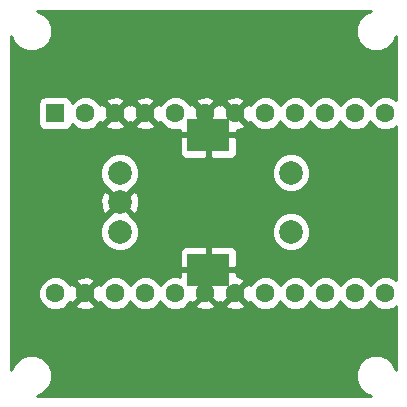
<source format=gtl>
G04 #@! TF.FileFunction,Copper,L1,Top,Signal*
%FSLAX46Y46*%
G04 Gerber Fmt 4.6, Leading zero omitted, Abs format (unit mm)*
G04 Created by KiCad (PCBNEW 4.0.7) date Tue Jul  3 21:06:47 2018*
%MOMM*%
%LPD*%
G01*
G04 APERTURE LIST*
%ADD10C,0.100000*%
%ADD11R,3.600000X2.800000*%
%ADD12C,2.000000*%
%ADD13R,1.600000X1.600000*%
%ADD14C,1.600000*%
%ADD15C,0.600000*%
%ADD16C,0.250000*%
%ADD17C,0.254000*%
G04 APERTURE END LIST*
D10*
D11*
X56400000Y-39800000D03*
X56400000Y-51200000D03*
D12*
X63400000Y-43000000D03*
X63400000Y-48000000D03*
X48900000Y-43000000D03*
X48900000Y-45500000D03*
X48900000Y-48000000D03*
D13*
X43430000Y-37980000D03*
D14*
X45970000Y-37980000D03*
X48510000Y-37980000D03*
X51050000Y-37980000D03*
X53590000Y-37980000D03*
X56130000Y-37980000D03*
X58670000Y-37980000D03*
X61210000Y-37980000D03*
X63750000Y-37980000D03*
X66290000Y-37980000D03*
X68830000Y-37980000D03*
X71370000Y-37980000D03*
X71370000Y-53220000D03*
X68830000Y-53220000D03*
X66290000Y-53220000D03*
X63750000Y-53220000D03*
X61210000Y-53220000D03*
X58670000Y-53220000D03*
X56130000Y-53220000D03*
X53590000Y-53220000D03*
X51050000Y-53220000D03*
X48510000Y-53220000D03*
X45970000Y-53220000D03*
X43430000Y-53220000D03*
D15*
X56250000Y-51500000D03*
D16*
X56250000Y-52000000D02*
X56500000Y-52000000D01*
X56250000Y-51500000D02*
X56250000Y-52000000D01*
X63400000Y-48000000D02*
X63400000Y-47400000D01*
D17*
G36*
X69618485Y-29528281D02*
X69129996Y-30015918D01*
X68865301Y-30653373D01*
X68864699Y-31343599D01*
X69128281Y-31981515D01*
X69615918Y-32470004D01*
X70253373Y-32734699D01*
X70943599Y-32735301D01*
X71581515Y-32471719D01*
X72070004Y-31984082D01*
X72290000Y-31454274D01*
X72290000Y-36870438D01*
X72183923Y-36764176D01*
X71656691Y-36545250D01*
X71085813Y-36544752D01*
X70558200Y-36762757D01*
X70154176Y-37166077D01*
X70100138Y-37296215D01*
X70047243Y-37168200D01*
X69643923Y-36764176D01*
X69116691Y-36545250D01*
X68545813Y-36544752D01*
X68018200Y-36762757D01*
X67614176Y-37166077D01*
X67560138Y-37296215D01*
X67507243Y-37168200D01*
X67103923Y-36764176D01*
X66576691Y-36545250D01*
X66005813Y-36544752D01*
X65478200Y-36762757D01*
X65074176Y-37166077D01*
X65020138Y-37296215D01*
X64967243Y-37168200D01*
X64563923Y-36764176D01*
X64036691Y-36545250D01*
X63465813Y-36544752D01*
X62938200Y-36762757D01*
X62534176Y-37166077D01*
X62480138Y-37296215D01*
X62427243Y-37168200D01*
X62023923Y-36764176D01*
X61496691Y-36545250D01*
X60925813Y-36544752D01*
X60398200Y-36762757D01*
X59994176Y-37166077D01*
X59946552Y-37280768D01*
X59923864Y-37225995D01*
X59677745Y-37151861D01*
X58849605Y-37980000D01*
X59677745Y-38808139D01*
X59923864Y-38734005D01*
X59944805Y-38675746D01*
X59992757Y-38791800D01*
X60396077Y-39195824D01*
X60923309Y-39414750D01*
X61494187Y-39415248D01*
X62021800Y-39197243D01*
X62425824Y-38793923D01*
X62479862Y-38663785D01*
X62532757Y-38791800D01*
X62936077Y-39195824D01*
X63463309Y-39414750D01*
X64034187Y-39415248D01*
X64561800Y-39197243D01*
X64965824Y-38793923D01*
X65019862Y-38663785D01*
X65072757Y-38791800D01*
X65476077Y-39195824D01*
X66003309Y-39414750D01*
X66574187Y-39415248D01*
X67101800Y-39197243D01*
X67505824Y-38793923D01*
X67559862Y-38663785D01*
X67612757Y-38791800D01*
X68016077Y-39195824D01*
X68543309Y-39414750D01*
X69114187Y-39415248D01*
X69641800Y-39197243D01*
X70045824Y-38793923D01*
X70099862Y-38663785D01*
X70152757Y-38791800D01*
X70556077Y-39195824D01*
X71083309Y-39414750D01*
X71654187Y-39415248D01*
X72181800Y-39197243D01*
X72290000Y-39089232D01*
X72290000Y-52110438D01*
X72183923Y-52004176D01*
X71656691Y-51785250D01*
X71085813Y-51784752D01*
X70558200Y-52002757D01*
X70154176Y-52406077D01*
X70100138Y-52536215D01*
X70047243Y-52408200D01*
X69643923Y-52004176D01*
X69116691Y-51785250D01*
X68545813Y-51784752D01*
X68018200Y-52002757D01*
X67614176Y-52406077D01*
X67560138Y-52536215D01*
X67507243Y-52408200D01*
X67103923Y-52004176D01*
X66576691Y-51785250D01*
X66005813Y-51784752D01*
X65478200Y-52002757D01*
X65074176Y-52406077D01*
X65020138Y-52536215D01*
X64967243Y-52408200D01*
X64563923Y-52004176D01*
X64036691Y-51785250D01*
X63465813Y-51784752D01*
X62938200Y-52002757D01*
X62534176Y-52406077D01*
X62480138Y-52536215D01*
X62427243Y-52408200D01*
X62023923Y-52004176D01*
X61496691Y-51785250D01*
X60925813Y-51784752D01*
X60398200Y-52002757D01*
X59994176Y-52406077D01*
X59946552Y-52520768D01*
X59923864Y-52465995D01*
X59677745Y-52391861D01*
X58849605Y-53220000D01*
X59677745Y-54048139D01*
X59923864Y-53974005D01*
X59944805Y-53915746D01*
X59992757Y-54031800D01*
X60396077Y-54435824D01*
X60923309Y-54654750D01*
X61494187Y-54655248D01*
X62021800Y-54437243D01*
X62425824Y-54033923D01*
X62479862Y-53903785D01*
X62532757Y-54031800D01*
X62936077Y-54435824D01*
X63463309Y-54654750D01*
X64034187Y-54655248D01*
X64561800Y-54437243D01*
X64965824Y-54033923D01*
X65019862Y-53903785D01*
X65072757Y-54031800D01*
X65476077Y-54435824D01*
X66003309Y-54654750D01*
X66574187Y-54655248D01*
X67101800Y-54437243D01*
X67505824Y-54033923D01*
X67559862Y-53903785D01*
X67612757Y-54031800D01*
X68016077Y-54435824D01*
X68543309Y-54654750D01*
X69114187Y-54655248D01*
X69641800Y-54437243D01*
X70045824Y-54033923D01*
X70099862Y-53903785D01*
X70152757Y-54031800D01*
X70556077Y-54435824D01*
X71083309Y-54654750D01*
X71654187Y-54655248D01*
X72181800Y-54437243D01*
X72290000Y-54329232D01*
X72290000Y-59746764D01*
X72071719Y-59218485D01*
X71584082Y-58729996D01*
X70946627Y-58465301D01*
X70256401Y-58464699D01*
X69618485Y-58728281D01*
X69129996Y-59215918D01*
X68865301Y-59853373D01*
X68864699Y-60543599D01*
X69128281Y-61181515D01*
X69615918Y-61670004D01*
X70145726Y-61890000D01*
X41853236Y-61890000D01*
X42381515Y-61671719D01*
X42870004Y-61184082D01*
X43134699Y-60546627D01*
X43135301Y-59856401D01*
X42871719Y-59218485D01*
X42384082Y-58729996D01*
X41746627Y-58465301D01*
X41056401Y-58464699D01*
X40418485Y-58728281D01*
X39929996Y-59215918D01*
X39710000Y-59745726D01*
X39710000Y-53504187D01*
X41994752Y-53504187D01*
X42212757Y-54031800D01*
X42616077Y-54435824D01*
X43143309Y-54654750D01*
X43714187Y-54655248D01*
X44241800Y-54437243D01*
X44451663Y-54227745D01*
X45141861Y-54227745D01*
X45215995Y-54473864D01*
X45753223Y-54666965D01*
X46323454Y-54639778D01*
X46724005Y-54473864D01*
X46798139Y-54227745D01*
X45970000Y-53399605D01*
X45141861Y-54227745D01*
X44451663Y-54227745D01*
X44645824Y-54033923D01*
X44693448Y-53919232D01*
X44716136Y-53974005D01*
X44962255Y-54048139D01*
X45790395Y-53220000D01*
X46149605Y-53220000D01*
X46977745Y-54048139D01*
X47223864Y-53974005D01*
X47244805Y-53915746D01*
X47292757Y-54031800D01*
X47696077Y-54435824D01*
X48223309Y-54654750D01*
X48794187Y-54655248D01*
X49321800Y-54437243D01*
X49725824Y-54033923D01*
X49779862Y-53903785D01*
X49832757Y-54031800D01*
X50236077Y-54435824D01*
X50763309Y-54654750D01*
X51334187Y-54655248D01*
X51861800Y-54437243D01*
X52265824Y-54033923D01*
X52319862Y-53903785D01*
X52372757Y-54031800D01*
X52776077Y-54435824D01*
X53303309Y-54654750D01*
X53874187Y-54655248D01*
X54401800Y-54437243D01*
X54611663Y-54227745D01*
X55301861Y-54227745D01*
X55375995Y-54473864D01*
X55913223Y-54666965D01*
X56483454Y-54639778D01*
X56884005Y-54473864D01*
X56958139Y-54227745D01*
X57841861Y-54227745D01*
X57915995Y-54473864D01*
X58453223Y-54666965D01*
X59023454Y-54639778D01*
X59424005Y-54473864D01*
X59498139Y-54227745D01*
X58670000Y-53399605D01*
X57841861Y-54227745D01*
X56958139Y-54227745D01*
X56130000Y-53399605D01*
X55301861Y-54227745D01*
X54611663Y-54227745D01*
X54805824Y-54033923D01*
X54853448Y-53919232D01*
X54876136Y-53974005D01*
X55122255Y-54048139D01*
X55935395Y-53235000D01*
X56114250Y-53235000D01*
X56233570Y-53115680D01*
X56272998Y-53155108D01*
X56272998Y-53235000D01*
X56324605Y-53235000D01*
X57137745Y-54048139D01*
X57383864Y-53974005D01*
X57398858Y-53932291D01*
X57416136Y-53974005D01*
X57662255Y-54048139D01*
X58490395Y-53220000D01*
X58476253Y-53205858D01*
X58532529Y-53149581D01*
X58559699Y-53138327D01*
X58663815Y-53034210D01*
X58670000Y-53040395D01*
X59498139Y-52212255D01*
X59424005Y-51966136D01*
X58886777Y-51773035D01*
X58835000Y-51775504D01*
X58835000Y-51485750D01*
X58676250Y-51327000D01*
X56527000Y-51327000D01*
X56527000Y-51347000D01*
X56273000Y-51347000D01*
X56273000Y-51327000D01*
X54123750Y-51327000D01*
X53965000Y-51485750D01*
X53965000Y-51821919D01*
X53876691Y-51785250D01*
X53305813Y-51784752D01*
X52778200Y-52002757D01*
X52374176Y-52406077D01*
X52320138Y-52536215D01*
X52267243Y-52408200D01*
X51863923Y-52004176D01*
X51336691Y-51785250D01*
X50765813Y-51784752D01*
X50238200Y-52002757D01*
X49834176Y-52406077D01*
X49780138Y-52536215D01*
X49727243Y-52408200D01*
X49323923Y-52004176D01*
X48796691Y-51785250D01*
X48225813Y-51784752D01*
X47698200Y-52002757D01*
X47294176Y-52406077D01*
X47246552Y-52520768D01*
X47223864Y-52465995D01*
X46977745Y-52391861D01*
X46149605Y-53220000D01*
X45790395Y-53220000D01*
X44962255Y-52391861D01*
X44716136Y-52465995D01*
X44695195Y-52524254D01*
X44647243Y-52408200D01*
X44451640Y-52212255D01*
X45141861Y-52212255D01*
X45970000Y-53040395D01*
X46798139Y-52212255D01*
X46724005Y-51966136D01*
X46186777Y-51773035D01*
X45616546Y-51800222D01*
X45215995Y-51966136D01*
X45141861Y-52212255D01*
X44451640Y-52212255D01*
X44243923Y-52004176D01*
X43716691Y-51785250D01*
X43145813Y-51784752D01*
X42618200Y-52002757D01*
X42214176Y-52406077D01*
X41995250Y-52933309D01*
X41994752Y-53504187D01*
X39710000Y-53504187D01*
X39710000Y-49673691D01*
X53965000Y-49673691D01*
X53965000Y-50914250D01*
X54123750Y-51073000D01*
X56273000Y-51073000D01*
X56273000Y-49323750D01*
X56527000Y-49323750D01*
X56527000Y-51073000D01*
X58676250Y-51073000D01*
X58835000Y-50914250D01*
X58835000Y-49673691D01*
X58738327Y-49440302D01*
X58559699Y-49261673D01*
X58326310Y-49165000D01*
X56685750Y-49165000D01*
X56527000Y-49323750D01*
X56273000Y-49323750D01*
X56114250Y-49165000D01*
X54473690Y-49165000D01*
X54240301Y-49261673D01*
X54061673Y-49440302D01*
X53965000Y-49673691D01*
X39710000Y-49673691D01*
X39710000Y-48323795D01*
X47264716Y-48323795D01*
X47513106Y-48924943D01*
X47972637Y-49385278D01*
X48573352Y-49634716D01*
X49223795Y-49635284D01*
X49824943Y-49386894D01*
X50285278Y-48927363D01*
X50534716Y-48326648D01*
X50534718Y-48323795D01*
X61764716Y-48323795D01*
X62013106Y-48924943D01*
X62472637Y-49385278D01*
X63073352Y-49634716D01*
X63723795Y-49635284D01*
X64324943Y-49386894D01*
X64785278Y-48927363D01*
X65034716Y-48326648D01*
X65035284Y-47676205D01*
X64786894Y-47075057D01*
X64327363Y-46614722D01*
X63726648Y-46365284D01*
X63076205Y-46364716D01*
X62475057Y-46613106D01*
X62014722Y-47072637D01*
X61765284Y-47673352D01*
X61764716Y-48323795D01*
X50534718Y-48323795D01*
X50535284Y-47676205D01*
X50286894Y-47075057D01*
X49870813Y-46658248D01*
X49872927Y-46652532D01*
X48900000Y-45679605D01*
X47927073Y-46652532D01*
X47929361Y-46658722D01*
X47514722Y-47072637D01*
X47265284Y-47673352D01*
X47264716Y-48323795D01*
X39710000Y-48323795D01*
X39710000Y-45235461D01*
X47254092Y-45235461D01*
X47278144Y-45885460D01*
X47480613Y-46374264D01*
X47747468Y-46472927D01*
X48720395Y-45500000D01*
X49079605Y-45500000D01*
X50052532Y-46472927D01*
X50319387Y-46374264D01*
X50545908Y-45764539D01*
X50521856Y-45114540D01*
X50319387Y-44625736D01*
X50052532Y-44527073D01*
X49079605Y-45500000D01*
X48720395Y-45500000D01*
X47747468Y-44527073D01*
X47480613Y-44625736D01*
X47254092Y-45235461D01*
X39710000Y-45235461D01*
X39710000Y-43323795D01*
X47264716Y-43323795D01*
X47513106Y-43924943D01*
X47929187Y-44341752D01*
X47927073Y-44347468D01*
X48900000Y-45320395D01*
X49872927Y-44347468D01*
X49870639Y-44341278D01*
X50285278Y-43927363D01*
X50534716Y-43326648D01*
X50534718Y-43323795D01*
X61764716Y-43323795D01*
X62013106Y-43924943D01*
X62472637Y-44385278D01*
X63073352Y-44634716D01*
X63723795Y-44635284D01*
X64324943Y-44386894D01*
X64785278Y-43927363D01*
X65034716Y-43326648D01*
X65035284Y-42676205D01*
X64786894Y-42075057D01*
X64327363Y-41614722D01*
X63726648Y-41365284D01*
X63076205Y-41364716D01*
X62475057Y-41613106D01*
X62014722Y-42072637D01*
X61765284Y-42673352D01*
X61764716Y-43323795D01*
X50534718Y-43323795D01*
X50535284Y-42676205D01*
X50286894Y-42075057D01*
X49827363Y-41614722D01*
X49226648Y-41365284D01*
X48576205Y-41364716D01*
X47975057Y-41613106D01*
X47514722Y-42072637D01*
X47265284Y-42673352D01*
X47264716Y-43323795D01*
X39710000Y-43323795D01*
X39710000Y-40085750D01*
X53965000Y-40085750D01*
X53965000Y-41326309D01*
X54061673Y-41559698D01*
X54240301Y-41738327D01*
X54473690Y-41835000D01*
X56114250Y-41835000D01*
X56273000Y-41676250D01*
X56273000Y-39927000D01*
X56527000Y-39927000D01*
X56527000Y-41676250D01*
X56685750Y-41835000D01*
X58326310Y-41835000D01*
X58559699Y-41738327D01*
X58738327Y-41559698D01*
X58835000Y-41326309D01*
X58835000Y-40085750D01*
X58676250Y-39927000D01*
X56527000Y-39927000D01*
X56273000Y-39927000D01*
X54123750Y-39927000D01*
X53965000Y-40085750D01*
X39710000Y-40085750D01*
X39710000Y-37180000D01*
X41982560Y-37180000D01*
X41982560Y-38780000D01*
X42026838Y-39015317D01*
X42165910Y-39231441D01*
X42378110Y-39376431D01*
X42630000Y-39427440D01*
X44230000Y-39427440D01*
X44465317Y-39383162D01*
X44681441Y-39244090D01*
X44826431Y-39031890D01*
X44854426Y-38893646D01*
X45156077Y-39195824D01*
X45683309Y-39414750D01*
X46254187Y-39415248D01*
X46781800Y-39197243D01*
X46991663Y-38987745D01*
X47681861Y-38987745D01*
X47755995Y-39233864D01*
X48293223Y-39426965D01*
X48863454Y-39399778D01*
X49264005Y-39233864D01*
X49338139Y-38987745D01*
X50221861Y-38987745D01*
X50295995Y-39233864D01*
X50833223Y-39426965D01*
X51403454Y-39399778D01*
X51804005Y-39233864D01*
X51878139Y-38987745D01*
X51050000Y-38159605D01*
X50221861Y-38987745D01*
X49338139Y-38987745D01*
X48510000Y-38159605D01*
X47681861Y-38987745D01*
X46991663Y-38987745D01*
X47185824Y-38793923D01*
X47233448Y-38679232D01*
X47256136Y-38734005D01*
X47502255Y-38808139D01*
X48330395Y-37980000D01*
X48689605Y-37980000D01*
X49517745Y-38808139D01*
X49763864Y-38734005D01*
X49778858Y-38692291D01*
X49796136Y-38734005D01*
X50042255Y-38808139D01*
X50870395Y-37980000D01*
X51229605Y-37980000D01*
X52057745Y-38808139D01*
X52303864Y-38734005D01*
X52324805Y-38675746D01*
X52372757Y-38791800D01*
X52776077Y-39195824D01*
X53303309Y-39414750D01*
X53874187Y-39415248D01*
X53965000Y-39377725D01*
X53965000Y-39514250D01*
X54123750Y-39673000D01*
X56273000Y-39673000D01*
X56273000Y-39409812D01*
X56483454Y-39399778D01*
X56527000Y-39381741D01*
X56527000Y-39673000D01*
X58676250Y-39673000D01*
X58835000Y-39514250D01*
X58835000Y-39408763D01*
X59023454Y-39399778D01*
X59424005Y-39233864D01*
X59498139Y-38987745D01*
X58835000Y-38324605D01*
X58835000Y-38273691D01*
X58738327Y-38040302D01*
X58559699Y-37861673D01*
X58326310Y-37765000D01*
X58275395Y-37765000D01*
X57662255Y-37151861D01*
X57416136Y-37225995D01*
X57401142Y-37267709D01*
X57383864Y-37225995D01*
X57137745Y-37151861D01*
X56309605Y-37980000D01*
X56323748Y-37994143D01*
X56273000Y-38044890D01*
X56273000Y-37923750D01*
X56139822Y-37790572D01*
X56958139Y-36972255D01*
X57841861Y-36972255D01*
X58670000Y-37800395D01*
X59498139Y-36972255D01*
X59424005Y-36726136D01*
X58886777Y-36533035D01*
X58316546Y-36560222D01*
X57915995Y-36726136D01*
X57841861Y-36972255D01*
X56958139Y-36972255D01*
X56884005Y-36726136D01*
X56346777Y-36533035D01*
X55776546Y-36560222D01*
X55375995Y-36726136D01*
X55301861Y-36972255D01*
X56094605Y-37765000D01*
X55735395Y-37765000D01*
X55122255Y-37151861D01*
X54876136Y-37225995D01*
X54855195Y-37284254D01*
X54807243Y-37168200D01*
X54403923Y-36764176D01*
X53876691Y-36545250D01*
X53305813Y-36544752D01*
X52778200Y-36762757D01*
X52374176Y-37166077D01*
X52326552Y-37280768D01*
X52303864Y-37225995D01*
X52057745Y-37151861D01*
X51229605Y-37980000D01*
X50870395Y-37980000D01*
X50042255Y-37151861D01*
X49796136Y-37225995D01*
X49781142Y-37267709D01*
X49763864Y-37225995D01*
X49517745Y-37151861D01*
X48689605Y-37980000D01*
X48330395Y-37980000D01*
X47502255Y-37151861D01*
X47256136Y-37225995D01*
X47235195Y-37284254D01*
X47187243Y-37168200D01*
X46991640Y-36972255D01*
X47681861Y-36972255D01*
X48510000Y-37800395D01*
X49338139Y-36972255D01*
X50221861Y-36972255D01*
X51050000Y-37800395D01*
X51878139Y-36972255D01*
X51804005Y-36726136D01*
X51266777Y-36533035D01*
X50696546Y-36560222D01*
X50295995Y-36726136D01*
X50221861Y-36972255D01*
X49338139Y-36972255D01*
X49264005Y-36726136D01*
X48726777Y-36533035D01*
X48156546Y-36560222D01*
X47755995Y-36726136D01*
X47681861Y-36972255D01*
X46991640Y-36972255D01*
X46783923Y-36764176D01*
X46256691Y-36545250D01*
X45685813Y-36544752D01*
X45158200Y-36762757D01*
X44855742Y-37064688D01*
X44833162Y-36944683D01*
X44694090Y-36728559D01*
X44481890Y-36583569D01*
X44230000Y-36532560D01*
X42630000Y-36532560D01*
X42394683Y-36576838D01*
X42178559Y-36715910D01*
X42033569Y-36928110D01*
X41982560Y-37180000D01*
X39710000Y-37180000D01*
X39710000Y-31453236D01*
X39928281Y-31981515D01*
X40415918Y-32470004D01*
X41053373Y-32734699D01*
X41743599Y-32735301D01*
X42381515Y-32471719D01*
X42870004Y-31984082D01*
X43134699Y-31346627D01*
X43135301Y-30656401D01*
X42871719Y-30018485D01*
X42384082Y-29529996D01*
X41854274Y-29310000D01*
X70146764Y-29310000D01*
X69618485Y-29528281D01*
X69618485Y-29528281D01*
G37*
X69618485Y-29528281D02*
X69129996Y-30015918D01*
X68865301Y-30653373D01*
X68864699Y-31343599D01*
X69128281Y-31981515D01*
X69615918Y-32470004D01*
X70253373Y-32734699D01*
X70943599Y-32735301D01*
X71581515Y-32471719D01*
X72070004Y-31984082D01*
X72290000Y-31454274D01*
X72290000Y-36870438D01*
X72183923Y-36764176D01*
X71656691Y-36545250D01*
X71085813Y-36544752D01*
X70558200Y-36762757D01*
X70154176Y-37166077D01*
X70100138Y-37296215D01*
X70047243Y-37168200D01*
X69643923Y-36764176D01*
X69116691Y-36545250D01*
X68545813Y-36544752D01*
X68018200Y-36762757D01*
X67614176Y-37166077D01*
X67560138Y-37296215D01*
X67507243Y-37168200D01*
X67103923Y-36764176D01*
X66576691Y-36545250D01*
X66005813Y-36544752D01*
X65478200Y-36762757D01*
X65074176Y-37166077D01*
X65020138Y-37296215D01*
X64967243Y-37168200D01*
X64563923Y-36764176D01*
X64036691Y-36545250D01*
X63465813Y-36544752D01*
X62938200Y-36762757D01*
X62534176Y-37166077D01*
X62480138Y-37296215D01*
X62427243Y-37168200D01*
X62023923Y-36764176D01*
X61496691Y-36545250D01*
X60925813Y-36544752D01*
X60398200Y-36762757D01*
X59994176Y-37166077D01*
X59946552Y-37280768D01*
X59923864Y-37225995D01*
X59677745Y-37151861D01*
X58849605Y-37980000D01*
X59677745Y-38808139D01*
X59923864Y-38734005D01*
X59944805Y-38675746D01*
X59992757Y-38791800D01*
X60396077Y-39195824D01*
X60923309Y-39414750D01*
X61494187Y-39415248D01*
X62021800Y-39197243D01*
X62425824Y-38793923D01*
X62479862Y-38663785D01*
X62532757Y-38791800D01*
X62936077Y-39195824D01*
X63463309Y-39414750D01*
X64034187Y-39415248D01*
X64561800Y-39197243D01*
X64965824Y-38793923D01*
X65019862Y-38663785D01*
X65072757Y-38791800D01*
X65476077Y-39195824D01*
X66003309Y-39414750D01*
X66574187Y-39415248D01*
X67101800Y-39197243D01*
X67505824Y-38793923D01*
X67559862Y-38663785D01*
X67612757Y-38791800D01*
X68016077Y-39195824D01*
X68543309Y-39414750D01*
X69114187Y-39415248D01*
X69641800Y-39197243D01*
X70045824Y-38793923D01*
X70099862Y-38663785D01*
X70152757Y-38791800D01*
X70556077Y-39195824D01*
X71083309Y-39414750D01*
X71654187Y-39415248D01*
X72181800Y-39197243D01*
X72290000Y-39089232D01*
X72290000Y-52110438D01*
X72183923Y-52004176D01*
X71656691Y-51785250D01*
X71085813Y-51784752D01*
X70558200Y-52002757D01*
X70154176Y-52406077D01*
X70100138Y-52536215D01*
X70047243Y-52408200D01*
X69643923Y-52004176D01*
X69116691Y-51785250D01*
X68545813Y-51784752D01*
X68018200Y-52002757D01*
X67614176Y-52406077D01*
X67560138Y-52536215D01*
X67507243Y-52408200D01*
X67103923Y-52004176D01*
X66576691Y-51785250D01*
X66005813Y-51784752D01*
X65478200Y-52002757D01*
X65074176Y-52406077D01*
X65020138Y-52536215D01*
X64967243Y-52408200D01*
X64563923Y-52004176D01*
X64036691Y-51785250D01*
X63465813Y-51784752D01*
X62938200Y-52002757D01*
X62534176Y-52406077D01*
X62480138Y-52536215D01*
X62427243Y-52408200D01*
X62023923Y-52004176D01*
X61496691Y-51785250D01*
X60925813Y-51784752D01*
X60398200Y-52002757D01*
X59994176Y-52406077D01*
X59946552Y-52520768D01*
X59923864Y-52465995D01*
X59677745Y-52391861D01*
X58849605Y-53220000D01*
X59677745Y-54048139D01*
X59923864Y-53974005D01*
X59944805Y-53915746D01*
X59992757Y-54031800D01*
X60396077Y-54435824D01*
X60923309Y-54654750D01*
X61494187Y-54655248D01*
X62021800Y-54437243D01*
X62425824Y-54033923D01*
X62479862Y-53903785D01*
X62532757Y-54031800D01*
X62936077Y-54435824D01*
X63463309Y-54654750D01*
X64034187Y-54655248D01*
X64561800Y-54437243D01*
X64965824Y-54033923D01*
X65019862Y-53903785D01*
X65072757Y-54031800D01*
X65476077Y-54435824D01*
X66003309Y-54654750D01*
X66574187Y-54655248D01*
X67101800Y-54437243D01*
X67505824Y-54033923D01*
X67559862Y-53903785D01*
X67612757Y-54031800D01*
X68016077Y-54435824D01*
X68543309Y-54654750D01*
X69114187Y-54655248D01*
X69641800Y-54437243D01*
X70045824Y-54033923D01*
X70099862Y-53903785D01*
X70152757Y-54031800D01*
X70556077Y-54435824D01*
X71083309Y-54654750D01*
X71654187Y-54655248D01*
X72181800Y-54437243D01*
X72290000Y-54329232D01*
X72290000Y-59746764D01*
X72071719Y-59218485D01*
X71584082Y-58729996D01*
X70946627Y-58465301D01*
X70256401Y-58464699D01*
X69618485Y-58728281D01*
X69129996Y-59215918D01*
X68865301Y-59853373D01*
X68864699Y-60543599D01*
X69128281Y-61181515D01*
X69615918Y-61670004D01*
X70145726Y-61890000D01*
X41853236Y-61890000D01*
X42381515Y-61671719D01*
X42870004Y-61184082D01*
X43134699Y-60546627D01*
X43135301Y-59856401D01*
X42871719Y-59218485D01*
X42384082Y-58729996D01*
X41746627Y-58465301D01*
X41056401Y-58464699D01*
X40418485Y-58728281D01*
X39929996Y-59215918D01*
X39710000Y-59745726D01*
X39710000Y-53504187D01*
X41994752Y-53504187D01*
X42212757Y-54031800D01*
X42616077Y-54435824D01*
X43143309Y-54654750D01*
X43714187Y-54655248D01*
X44241800Y-54437243D01*
X44451663Y-54227745D01*
X45141861Y-54227745D01*
X45215995Y-54473864D01*
X45753223Y-54666965D01*
X46323454Y-54639778D01*
X46724005Y-54473864D01*
X46798139Y-54227745D01*
X45970000Y-53399605D01*
X45141861Y-54227745D01*
X44451663Y-54227745D01*
X44645824Y-54033923D01*
X44693448Y-53919232D01*
X44716136Y-53974005D01*
X44962255Y-54048139D01*
X45790395Y-53220000D01*
X46149605Y-53220000D01*
X46977745Y-54048139D01*
X47223864Y-53974005D01*
X47244805Y-53915746D01*
X47292757Y-54031800D01*
X47696077Y-54435824D01*
X48223309Y-54654750D01*
X48794187Y-54655248D01*
X49321800Y-54437243D01*
X49725824Y-54033923D01*
X49779862Y-53903785D01*
X49832757Y-54031800D01*
X50236077Y-54435824D01*
X50763309Y-54654750D01*
X51334187Y-54655248D01*
X51861800Y-54437243D01*
X52265824Y-54033923D01*
X52319862Y-53903785D01*
X52372757Y-54031800D01*
X52776077Y-54435824D01*
X53303309Y-54654750D01*
X53874187Y-54655248D01*
X54401800Y-54437243D01*
X54611663Y-54227745D01*
X55301861Y-54227745D01*
X55375995Y-54473864D01*
X55913223Y-54666965D01*
X56483454Y-54639778D01*
X56884005Y-54473864D01*
X56958139Y-54227745D01*
X57841861Y-54227745D01*
X57915995Y-54473864D01*
X58453223Y-54666965D01*
X59023454Y-54639778D01*
X59424005Y-54473864D01*
X59498139Y-54227745D01*
X58670000Y-53399605D01*
X57841861Y-54227745D01*
X56958139Y-54227745D01*
X56130000Y-53399605D01*
X55301861Y-54227745D01*
X54611663Y-54227745D01*
X54805824Y-54033923D01*
X54853448Y-53919232D01*
X54876136Y-53974005D01*
X55122255Y-54048139D01*
X55935395Y-53235000D01*
X56114250Y-53235000D01*
X56233570Y-53115680D01*
X56272998Y-53155108D01*
X56272998Y-53235000D01*
X56324605Y-53235000D01*
X57137745Y-54048139D01*
X57383864Y-53974005D01*
X57398858Y-53932291D01*
X57416136Y-53974005D01*
X57662255Y-54048139D01*
X58490395Y-53220000D01*
X58476253Y-53205858D01*
X58532529Y-53149581D01*
X58559699Y-53138327D01*
X58663815Y-53034210D01*
X58670000Y-53040395D01*
X59498139Y-52212255D01*
X59424005Y-51966136D01*
X58886777Y-51773035D01*
X58835000Y-51775504D01*
X58835000Y-51485750D01*
X58676250Y-51327000D01*
X56527000Y-51327000D01*
X56527000Y-51347000D01*
X56273000Y-51347000D01*
X56273000Y-51327000D01*
X54123750Y-51327000D01*
X53965000Y-51485750D01*
X53965000Y-51821919D01*
X53876691Y-51785250D01*
X53305813Y-51784752D01*
X52778200Y-52002757D01*
X52374176Y-52406077D01*
X52320138Y-52536215D01*
X52267243Y-52408200D01*
X51863923Y-52004176D01*
X51336691Y-51785250D01*
X50765813Y-51784752D01*
X50238200Y-52002757D01*
X49834176Y-52406077D01*
X49780138Y-52536215D01*
X49727243Y-52408200D01*
X49323923Y-52004176D01*
X48796691Y-51785250D01*
X48225813Y-51784752D01*
X47698200Y-52002757D01*
X47294176Y-52406077D01*
X47246552Y-52520768D01*
X47223864Y-52465995D01*
X46977745Y-52391861D01*
X46149605Y-53220000D01*
X45790395Y-53220000D01*
X44962255Y-52391861D01*
X44716136Y-52465995D01*
X44695195Y-52524254D01*
X44647243Y-52408200D01*
X44451640Y-52212255D01*
X45141861Y-52212255D01*
X45970000Y-53040395D01*
X46798139Y-52212255D01*
X46724005Y-51966136D01*
X46186777Y-51773035D01*
X45616546Y-51800222D01*
X45215995Y-51966136D01*
X45141861Y-52212255D01*
X44451640Y-52212255D01*
X44243923Y-52004176D01*
X43716691Y-51785250D01*
X43145813Y-51784752D01*
X42618200Y-52002757D01*
X42214176Y-52406077D01*
X41995250Y-52933309D01*
X41994752Y-53504187D01*
X39710000Y-53504187D01*
X39710000Y-49673691D01*
X53965000Y-49673691D01*
X53965000Y-50914250D01*
X54123750Y-51073000D01*
X56273000Y-51073000D01*
X56273000Y-49323750D01*
X56527000Y-49323750D01*
X56527000Y-51073000D01*
X58676250Y-51073000D01*
X58835000Y-50914250D01*
X58835000Y-49673691D01*
X58738327Y-49440302D01*
X58559699Y-49261673D01*
X58326310Y-49165000D01*
X56685750Y-49165000D01*
X56527000Y-49323750D01*
X56273000Y-49323750D01*
X56114250Y-49165000D01*
X54473690Y-49165000D01*
X54240301Y-49261673D01*
X54061673Y-49440302D01*
X53965000Y-49673691D01*
X39710000Y-49673691D01*
X39710000Y-48323795D01*
X47264716Y-48323795D01*
X47513106Y-48924943D01*
X47972637Y-49385278D01*
X48573352Y-49634716D01*
X49223795Y-49635284D01*
X49824943Y-49386894D01*
X50285278Y-48927363D01*
X50534716Y-48326648D01*
X50534718Y-48323795D01*
X61764716Y-48323795D01*
X62013106Y-48924943D01*
X62472637Y-49385278D01*
X63073352Y-49634716D01*
X63723795Y-49635284D01*
X64324943Y-49386894D01*
X64785278Y-48927363D01*
X65034716Y-48326648D01*
X65035284Y-47676205D01*
X64786894Y-47075057D01*
X64327363Y-46614722D01*
X63726648Y-46365284D01*
X63076205Y-46364716D01*
X62475057Y-46613106D01*
X62014722Y-47072637D01*
X61765284Y-47673352D01*
X61764716Y-48323795D01*
X50534718Y-48323795D01*
X50535284Y-47676205D01*
X50286894Y-47075057D01*
X49870813Y-46658248D01*
X49872927Y-46652532D01*
X48900000Y-45679605D01*
X47927073Y-46652532D01*
X47929361Y-46658722D01*
X47514722Y-47072637D01*
X47265284Y-47673352D01*
X47264716Y-48323795D01*
X39710000Y-48323795D01*
X39710000Y-45235461D01*
X47254092Y-45235461D01*
X47278144Y-45885460D01*
X47480613Y-46374264D01*
X47747468Y-46472927D01*
X48720395Y-45500000D01*
X49079605Y-45500000D01*
X50052532Y-46472927D01*
X50319387Y-46374264D01*
X50545908Y-45764539D01*
X50521856Y-45114540D01*
X50319387Y-44625736D01*
X50052532Y-44527073D01*
X49079605Y-45500000D01*
X48720395Y-45500000D01*
X47747468Y-44527073D01*
X47480613Y-44625736D01*
X47254092Y-45235461D01*
X39710000Y-45235461D01*
X39710000Y-43323795D01*
X47264716Y-43323795D01*
X47513106Y-43924943D01*
X47929187Y-44341752D01*
X47927073Y-44347468D01*
X48900000Y-45320395D01*
X49872927Y-44347468D01*
X49870639Y-44341278D01*
X50285278Y-43927363D01*
X50534716Y-43326648D01*
X50534718Y-43323795D01*
X61764716Y-43323795D01*
X62013106Y-43924943D01*
X62472637Y-44385278D01*
X63073352Y-44634716D01*
X63723795Y-44635284D01*
X64324943Y-44386894D01*
X64785278Y-43927363D01*
X65034716Y-43326648D01*
X65035284Y-42676205D01*
X64786894Y-42075057D01*
X64327363Y-41614722D01*
X63726648Y-41365284D01*
X63076205Y-41364716D01*
X62475057Y-41613106D01*
X62014722Y-42072637D01*
X61765284Y-42673352D01*
X61764716Y-43323795D01*
X50534718Y-43323795D01*
X50535284Y-42676205D01*
X50286894Y-42075057D01*
X49827363Y-41614722D01*
X49226648Y-41365284D01*
X48576205Y-41364716D01*
X47975057Y-41613106D01*
X47514722Y-42072637D01*
X47265284Y-42673352D01*
X47264716Y-43323795D01*
X39710000Y-43323795D01*
X39710000Y-40085750D01*
X53965000Y-40085750D01*
X53965000Y-41326309D01*
X54061673Y-41559698D01*
X54240301Y-41738327D01*
X54473690Y-41835000D01*
X56114250Y-41835000D01*
X56273000Y-41676250D01*
X56273000Y-39927000D01*
X56527000Y-39927000D01*
X56527000Y-41676250D01*
X56685750Y-41835000D01*
X58326310Y-41835000D01*
X58559699Y-41738327D01*
X58738327Y-41559698D01*
X58835000Y-41326309D01*
X58835000Y-40085750D01*
X58676250Y-39927000D01*
X56527000Y-39927000D01*
X56273000Y-39927000D01*
X54123750Y-39927000D01*
X53965000Y-40085750D01*
X39710000Y-40085750D01*
X39710000Y-37180000D01*
X41982560Y-37180000D01*
X41982560Y-38780000D01*
X42026838Y-39015317D01*
X42165910Y-39231441D01*
X42378110Y-39376431D01*
X42630000Y-39427440D01*
X44230000Y-39427440D01*
X44465317Y-39383162D01*
X44681441Y-39244090D01*
X44826431Y-39031890D01*
X44854426Y-38893646D01*
X45156077Y-39195824D01*
X45683309Y-39414750D01*
X46254187Y-39415248D01*
X46781800Y-39197243D01*
X46991663Y-38987745D01*
X47681861Y-38987745D01*
X47755995Y-39233864D01*
X48293223Y-39426965D01*
X48863454Y-39399778D01*
X49264005Y-39233864D01*
X49338139Y-38987745D01*
X50221861Y-38987745D01*
X50295995Y-39233864D01*
X50833223Y-39426965D01*
X51403454Y-39399778D01*
X51804005Y-39233864D01*
X51878139Y-38987745D01*
X51050000Y-38159605D01*
X50221861Y-38987745D01*
X49338139Y-38987745D01*
X48510000Y-38159605D01*
X47681861Y-38987745D01*
X46991663Y-38987745D01*
X47185824Y-38793923D01*
X47233448Y-38679232D01*
X47256136Y-38734005D01*
X47502255Y-38808139D01*
X48330395Y-37980000D01*
X48689605Y-37980000D01*
X49517745Y-38808139D01*
X49763864Y-38734005D01*
X49778858Y-38692291D01*
X49796136Y-38734005D01*
X50042255Y-38808139D01*
X50870395Y-37980000D01*
X51229605Y-37980000D01*
X52057745Y-38808139D01*
X52303864Y-38734005D01*
X52324805Y-38675746D01*
X52372757Y-38791800D01*
X52776077Y-39195824D01*
X53303309Y-39414750D01*
X53874187Y-39415248D01*
X53965000Y-39377725D01*
X53965000Y-39514250D01*
X54123750Y-39673000D01*
X56273000Y-39673000D01*
X56273000Y-39409812D01*
X56483454Y-39399778D01*
X56527000Y-39381741D01*
X56527000Y-39673000D01*
X58676250Y-39673000D01*
X58835000Y-39514250D01*
X58835000Y-39408763D01*
X59023454Y-39399778D01*
X59424005Y-39233864D01*
X59498139Y-38987745D01*
X58835000Y-38324605D01*
X58835000Y-38273691D01*
X58738327Y-38040302D01*
X58559699Y-37861673D01*
X58326310Y-37765000D01*
X58275395Y-37765000D01*
X57662255Y-37151861D01*
X57416136Y-37225995D01*
X57401142Y-37267709D01*
X57383864Y-37225995D01*
X57137745Y-37151861D01*
X56309605Y-37980000D01*
X56323748Y-37994143D01*
X56273000Y-38044890D01*
X56273000Y-37923750D01*
X56139822Y-37790572D01*
X56958139Y-36972255D01*
X57841861Y-36972255D01*
X58670000Y-37800395D01*
X59498139Y-36972255D01*
X59424005Y-36726136D01*
X58886777Y-36533035D01*
X58316546Y-36560222D01*
X57915995Y-36726136D01*
X57841861Y-36972255D01*
X56958139Y-36972255D01*
X56884005Y-36726136D01*
X56346777Y-36533035D01*
X55776546Y-36560222D01*
X55375995Y-36726136D01*
X55301861Y-36972255D01*
X56094605Y-37765000D01*
X55735395Y-37765000D01*
X55122255Y-37151861D01*
X54876136Y-37225995D01*
X54855195Y-37284254D01*
X54807243Y-37168200D01*
X54403923Y-36764176D01*
X53876691Y-36545250D01*
X53305813Y-36544752D01*
X52778200Y-36762757D01*
X52374176Y-37166077D01*
X52326552Y-37280768D01*
X52303864Y-37225995D01*
X52057745Y-37151861D01*
X51229605Y-37980000D01*
X50870395Y-37980000D01*
X50042255Y-37151861D01*
X49796136Y-37225995D01*
X49781142Y-37267709D01*
X49763864Y-37225995D01*
X49517745Y-37151861D01*
X48689605Y-37980000D01*
X48330395Y-37980000D01*
X47502255Y-37151861D01*
X47256136Y-37225995D01*
X47235195Y-37284254D01*
X47187243Y-37168200D01*
X46991640Y-36972255D01*
X47681861Y-36972255D01*
X48510000Y-37800395D01*
X49338139Y-36972255D01*
X50221861Y-36972255D01*
X51050000Y-37800395D01*
X51878139Y-36972255D01*
X51804005Y-36726136D01*
X51266777Y-36533035D01*
X50696546Y-36560222D01*
X50295995Y-36726136D01*
X50221861Y-36972255D01*
X49338139Y-36972255D01*
X49264005Y-36726136D01*
X48726777Y-36533035D01*
X48156546Y-36560222D01*
X47755995Y-36726136D01*
X47681861Y-36972255D01*
X46991640Y-36972255D01*
X46783923Y-36764176D01*
X46256691Y-36545250D01*
X45685813Y-36544752D01*
X45158200Y-36762757D01*
X44855742Y-37064688D01*
X44833162Y-36944683D01*
X44694090Y-36728559D01*
X44481890Y-36583569D01*
X44230000Y-36532560D01*
X42630000Y-36532560D01*
X42394683Y-36576838D01*
X42178559Y-36715910D01*
X42033569Y-36928110D01*
X41982560Y-37180000D01*
X39710000Y-37180000D01*
X39710000Y-31453236D01*
X39928281Y-31981515D01*
X40415918Y-32470004D01*
X41053373Y-32734699D01*
X41743599Y-32735301D01*
X42381515Y-32471719D01*
X42870004Y-31984082D01*
X43134699Y-31346627D01*
X43135301Y-30656401D01*
X42871719Y-30018485D01*
X42384082Y-29529996D01*
X41854274Y-29310000D01*
X70146764Y-29310000D01*
X69618485Y-29528281D01*
M02*

</source>
